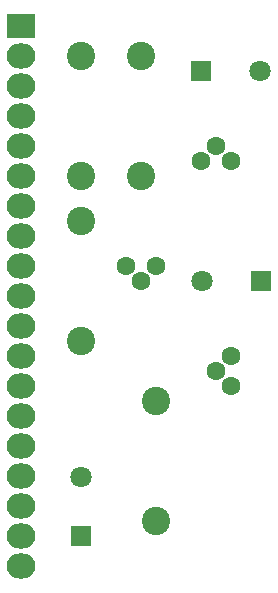
<source format=gbs>
G04 #@! TF.FileFunction,Soldermask,Bot*
%FSLAX46Y46*%
G04 Gerber Fmt 4.6, Leading zero omitted, Abs format (unit mm)*
G04 Created by KiCad (PCBNEW 4.0.4+e1-6308~48~ubuntu16.04.1-stable) date Mon Oct 24 12:10:43 2016*
%MOMM*%
%LPD*%
G01*
G04 APERTURE LIST*
%ADD10C,0.100000*%
%ADD11R,1.800000X1.800000*%
%ADD12C,1.800000*%
%ADD13C,2.398980*%
%ADD14C,1.600000*%
%ADD15R,2.432000X2.127200*%
%ADD16O,2.432000X2.127200*%
G04 APERTURE END LIST*
D10*
D11*
X66040000Y-113030000D03*
D12*
X66040000Y-108030000D03*
D13*
X72390000Y-101600000D03*
X72390000Y-111760000D03*
D14*
X78740000Y-97790000D03*
X77470000Y-99060000D03*
X78740000Y-100330000D03*
X69850000Y-90170000D03*
X71120000Y-91440000D03*
X72390000Y-90170000D03*
D11*
X81280000Y-91440000D03*
D12*
X76280000Y-91440000D03*
D14*
X78740000Y-81280000D03*
X77470000Y-80010000D03*
X76200000Y-81280000D03*
D13*
X66040000Y-86360000D03*
X66040000Y-96520000D03*
D11*
X76200000Y-73660000D03*
D12*
X81200000Y-73660000D03*
D13*
X66040000Y-72390000D03*
X66040000Y-82550000D03*
X71120000Y-72390000D03*
X71120000Y-82550000D03*
D15*
X60960000Y-69850000D03*
D16*
X60960000Y-72390000D03*
X60960000Y-74930000D03*
X60960000Y-77470000D03*
X60960000Y-80010000D03*
X60960000Y-82550000D03*
X60960000Y-85090000D03*
X60960000Y-87630000D03*
X60960000Y-90170000D03*
X60960000Y-92710000D03*
X60960000Y-95250000D03*
X60960000Y-97790000D03*
X60960000Y-100330000D03*
X60960000Y-102870000D03*
X60960000Y-105410000D03*
X60960000Y-107950000D03*
X60960000Y-110490000D03*
X60960000Y-113030000D03*
X60960000Y-115570000D03*
M02*

</source>
